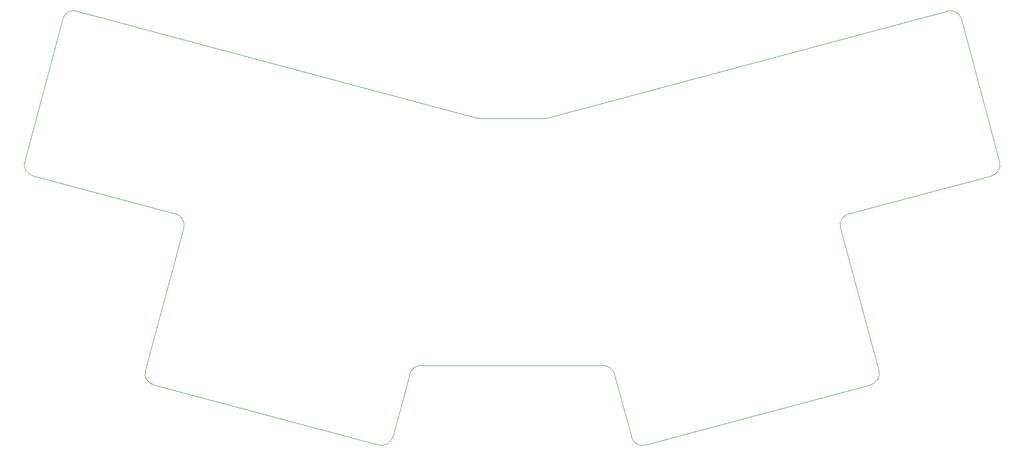
<source format=gbr>
%TF.GenerationSoftware,KiCad,Pcbnew,8.0.0*%
%TF.CreationDate,2024-03-16T16:30:29-05:00*%
%TF.ProjectId,rattlemebones32,72617474-6c65-46d6-9562-6f6e65733332,rev?*%
%TF.SameCoordinates,Original*%
%TF.FileFunction,Profile,NP*%
%FSLAX46Y46*%
G04 Gerber Fmt 4.6, Leading zero omitted, Abs format (unit mm)*
G04 Created by KiCad (PCBNEW 8.0.0) date 2024-03-16 16:30:29*
%MOMM*%
%LPD*%
G01*
G04 APERTURE LIST*
%TA.AperFunction,Profile*%
%ADD10C,0.100000*%
%TD*%
%TA.AperFunction,Profile*%
%ADD11C,0.050000*%
%TD*%
G04 APERTURE END LIST*
D10*
X146941864Y-16484296D02*
X76683580Y2341355D01*
D11*
X232023756Y922441D02*
X238751783Y-24186902D01*
X159314701Y-16484300D02*
G75*
G02*
X158797172Y-16552434I-517529J1931444D01*
G01*
X174071925Y-72576133D02*
X171102398Y-61493707D01*
X210809284Y-35815177D02*
G75*
G02*
X212223516Y-33365751I1931788J517621D01*
G01*
X67504796Y-24186927D02*
X74234090Y927142D01*
X74234090Y927142D02*
G75*
G02*
X76683580Y2341356I1931852J-517638D01*
G01*
X217538599Y-60929324D02*
G75*
G02*
X216114739Y-63381347I-1931827J-517632D01*
G01*
X94033105Y-33365723D02*
G75*
G02*
X95448668Y-35810076I-517633J-1931833D01*
G01*
X68919004Y-26636418D02*
G75*
G02*
X67504797Y-24186927I517644J1931850D01*
G01*
X210809284Y-35815177D02*
X217538600Y-60929324D01*
X238751783Y-24186902D02*
G75*
G02*
X237326590Y-26639364I-1931911J-517654D01*
G01*
X229573042Y2341365D02*
G75*
G02*
X232023755Y922441I517630J-1931821D01*
G01*
X169172672Y-60019098D02*
X137075388Y-60019098D01*
X90132243Y-63378774D02*
G75*
G02*
X88718063Y-60929294I517629J1931818D01*
G01*
X169172672Y-60019098D02*
G75*
G02*
X171102398Y-61493707I0J-1999958D01*
G01*
X129727162Y-73988201D02*
X90132243Y-63378774D01*
X147459472Y-16552436D02*
G75*
G02*
X146941864Y-16484295I0J1999980D01*
G01*
X216114739Y-63381348D02*
X176521395Y-73990352D01*
X88717998Y-60929277D02*
X95448668Y-35810076D01*
X147459472Y-16552436D02*
X158797172Y-16552436D01*
X159314701Y-16484301D02*
X229573042Y2341365D01*
X237326590Y-26639364D02*
X212223506Y-33365715D01*
X135152122Y-61501418D02*
X132184668Y-72576106D01*
X94033105Y-33365722D02*
X68919004Y-26636419D01*
X176521395Y-73990352D02*
G75*
G02*
X174071961Y-72576123I-517623J1931796D01*
G01*
X135152122Y-61501418D02*
G75*
G02*
X137075388Y-60019076I1931850J-517638D01*
G01*
X132184667Y-72576106D02*
G75*
G02*
X129727162Y-73988201I-1931895J517650D01*
G01*
M02*

</source>
